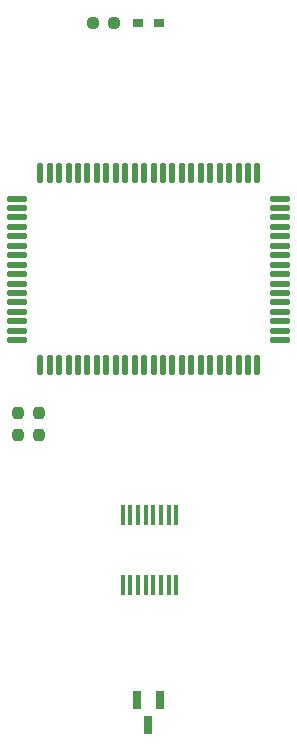
<source format=gbr>
G04 #@! TF.GenerationSoftware,KiCad,Pcbnew,9.0.6*
G04 #@! TF.CreationDate,2025-11-30T20:07:12+09:00*
G04 #@! TF.ProjectId,bionic-z180fsc,62696f6e-6963-42d7-9a31-38306673632e,2*
G04 #@! TF.SameCoordinates,Original*
G04 #@! TF.FileFunction,Paste,Top*
G04 #@! TF.FilePolarity,Positive*
%FSLAX46Y46*%
G04 Gerber Fmt 4.6, Leading zero omitted, Abs format (unit mm)*
G04 Created by KiCad (PCBNEW 9.0.6) date 2025-11-30 20:07:12*
%MOMM*%
%LPD*%
G01*
G04 APERTURE LIST*
G04 Aperture macros list*
%AMRoundRect*
0 Rectangle with rounded corners*
0 $1 Rounding radius*
0 $2 $3 $4 $5 $6 $7 $8 $9 X,Y pos of 4 corners*
0 Add a 4 corners polygon primitive as box body*
4,1,4,$2,$3,$4,$5,$6,$7,$8,$9,$2,$3,0*
0 Add four circle primitives for the rounded corners*
1,1,$1+$1,$2,$3*
1,1,$1+$1,$4,$5*
1,1,$1+$1,$6,$7*
1,1,$1+$1,$8,$9*
0 Add four rect primitives between the rounded corners*
20,1,$1+$1,$2,$3,$4,$5,0*
20,1,$1+$1,$4,$5,$6,$7,0*
20,1,$1+$1,$6,$7,$8,$9,0*
20,1,$1+$1,$8,$9,$2,$3,0*%
G04 Aperture macros list end*
%ADD10RoundRect,0.237500X0.237500X-0.250000X0.237500X0.250000X-0.237500X0.250000X-0.237500X-0.250000X0*%
%ADD11R,0.355600X1.778000*%
%ADD12R,0.965200X0.762000*%
%ADD13RoundRect,0.137500X0.137500X-0.737500X0.137500X0.737500X-0.137500X0.737500X-0.137500X-0.737500X0*%
%ADD14RoundRect,0.137500X0.737500X-0.137500X0.737500X0.137500X-0.737500X0.137500X-0.737500X-0.137500X0*%
%ADD15RoundRect,0.237500X0.250000X0.237500X-0.250000X0.237500X-0.250000X-0.237500X0.250000X-0.237500X0*%
%ADD16R,0.660400X1.625600*%
G04 APERTURE END LIST*
D10*
X104454400Y-106345500D03*
X104454400Y-104520500D03*
D11*
X116066800Y-113154600D03*
X115416802Y-113154600D03*
X114766800Y-113154600D03*
X114116802Y-113154600D03*
X113466803Y-113154600D03*
X112816802Y-113154600D03*
X112166803Y-113154600D03*
X111516802Y-113154600D03*
X111516802Y-119098200D03*
X112166800Y-119098200D03*
X112816802Y-119098200D03*
X113466800Y-119098200D03*
X114116799Y-119098200D03*
X114766800Y-119098200D03*
X115416799Y-119098200D03*
X116066800Y-119098200D03*
D12*
X112823700Y-71524000D03*
X114576300Y-71524000D03*
D13*
X104544000Y-100474000D03*
X105344000Y-100474000D03*
X106144000Y-100474000D03*
X106944000Y-100474000D03*
X107744000Y-100474000D03*
X108544000Y-100474000D03*
X109344000Y-100474000D03*
X110144000Y-100474000D03*
X110944000Y-100474000D03*
X111744000Y-100474000D03*
X112544000Y-100474000D03*
X113344000Y-100474000D03*
X114144000Y-100474000D03*
X114944000Y-100474000D03*
X115744000Y-100474000D03*
X116544000Y-100474000D03*
X117344000Y-100474000D03*
X118144000Y-100474000D03*
X118944000Y-100474000D03*
X119744000Y-100474000D03*
X120544000Y-100474000D03*
X121344000Y-100474000D03*
X122144000Y-100474000D03*
X122944000Y-100474000D03*
D14*
X124869000Y-98349000D03*
X124869000Y-97549000D03*
X124869000Y-96749000D03*
X124869000Y-95949000D03*
X124869000Y-95149000D03*
X124869000Y-94349000D03*
X124869000Y-93549000D03*
X124869000Y-92749000D03*
X124869000Y-91949000D03*
X124869000Y-91149000D03*
X124869000Y-90349000D03*
X124869000Y-89549000D03*
X124869000Y-88749000D03*
X124869000Y-87949000D03*
X124869000Y-87149000D03*
X124869000Y-86349000D03*
D13*
X122944000Y-84224000D03*
X122144000Y-84224000D03*
X121344000Y-84224000D03*
X120544000Y-84224000D03*
X119744000Y-84224000D03*
X118944000Y-84224000D03*
X118144000Y-84224000D03*
X117344000Y-84224000D03*
X116544000Y-84224000D03*
X115744000Y-84224000D03*
X114944000Y-84224000D03*
X114144000Y-84224000D03*
X113344000Y-84224000D03*
X112544000Y-84224000D03*
X111744000Y-84224000D03*
X110944000Y-84224000D03*
X110144000Y-84224000D03*
X109344000Y-84224000D03*
X108544000Y-84224000D03*
X107744000Y-84224000D03*
X106944000Y-84224000D03*
X106144000Y-84224000D03*
X105344000Y-84224000D03*
X104544000Y-84224000D03*
D14*
X102619000Y-86349000D03*
X102619000Y-87149000D03*
X102619000Y-87949000D03*
X102619000Y-88749000D03*
X102619000Y-89549000D03*
X102619000Y-90349000D03*
X102619000Y-91149000D03*
X102619000Y-91949000D03*
X102619000Y-92749000D03*
X102619000Y-93549000D03*
X102619000Y-94349000D03*
X102619000Y-95149000D03*
X102619000Y-95949000D03*
X102619000Y-96749000D03*
X102619000Y-97549000D03*
X102619000Y-98349000D03*
D10*
X102701800Y-106345500D03*
X102701800Y-104520500D03*
D15*
X110802500Y-71524000D03*
X108977500Y-71524000D03*
D16*
X114650001Y-128828000D03*
X112749999Y-128828000D03*
X113700000Y-130960000D03*
M02*

</source>
